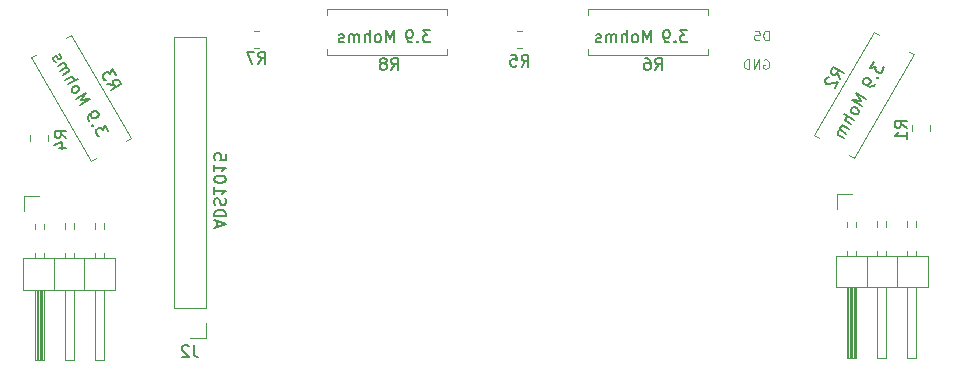
<source format=gbr>
%TF.GenerationSoftware,KiCad,Pcbnew,(7.0.0)*%
%TF.CreationDate,2024-02-24T11:05:22-08:00*%
%TF.ProjectId,Top_Board,546f705f-426f-4617-9264-2e6b69636164,0*%
%TF.SameCoordinates,Original*%
%TF.FileFunction,Legend,Bot*%
%TF.FilePolarity,Positive*%
%FSLAX46Y46*%
G04 Gerber Fmt 4.6, Leading zero omitted, Abs format (unit mm)*
G04 Created by KiCad (PCBNEW (7.0.0)) date 2024-02-24 11:05:22*
%MOMM*%
%LPD*%
G01*
G04 APERTURE LIST*
%ADD10C,0.150000*%
%ADD11C,0.125000*%
%ADD12C,0.120000*%
G04 APERTURE END LIST*
D10*
X121455260Y-89412072D02*
X121145736Y-88875961D01*
X121145736Y-88875961D02*
X120982488Y-89355112D01*
X120982488Y-89355112D02*
X120911060Y-89231395D01*
X120911060Y-89231395D02*
X120822201Y-89172725D01*
X120822201Y-89172725D02*
X120757153Y-89155296D01*
X120757153Y-89155296D02*
X120650864Y-89161675D01*
X120650864Y-89161675D02*
X120444668Y-89280723D01*
X120444668Y-89280723D02*
X120385999Y-89369581D01*
X120385999Y-89369581D02*
X120368569Y-89434630D01*
X120368569Y-89434630D02*
X120374949Y-89540918D01*
X120374949Y-89540918D02*
X120517806Y-89788354D01*
X120517806Y-89788354D02*
X120606664Y-89847023D01*
X120606664Y-89847023D02*
X120671713Y-89864453D01*
X120147904Y-88957188D02*
X120082855Y-88939758D01*
X120082855Y-88939758D02*
X120065425Y-89004807D01*
X120065425Y-89004807D02*
X120130474Y-89022237D01*
X120130474Y-89022237D02*
X120147904Y-88957188D01*
X120147904Y-88957188D02*
X120065425Y-89004807D01*
X119803520Y-88551175D02*
X119708282Y-88386218D01*
X119708282Y-88386218D02*
X119701903Y-88279930D01*
X119701903Y-88279930D02*
X119719332Y-88214881D01*
X119719332Y-88214881D02*
X119795431Y-88060974D01*
X119795431Y-88060974D02*
X119936579Y-87924497D01*
X119936579Y-87924497D02*
X120266493Y-87734020D01*
X120266493Y-87734020D02*
X120372782Y-87727641D01*
X120372782Y-87727641D02*
X120437830Y-87745070D01*
X120437830Y-87745070D02*
X120526689Y-87803740D01*
X120526689Y-87803740D02*
X120621927Y-87968697D01*
X120621927Y-87968697D02*
X120628307Y-88074985D01*
X120628307Y-88074985D02*
X120610877Y-88140034D01*
X120610877Y-88140034D02*
X120552208Y-88228892D01*
X120552208Y-88228892D02*
X120346011Y-88347940D01*
X120346011Y-88347940D02*
X120239723Y-88354319D01*
X120239723Y-88354319D02*
X120174674Y-88336890D01*
X120174674Y-88336890D02*
X120085816Y-88278221D01*
X120085816Y-88278221D02*
X119990578Y-88113263D01*
X119990578Y-88113263D02*
X119984198Y-88006975D01*
X119984198Y-88006975D02*
X120001628Y-87941926D01*
X120001628Y-87941926D02*
X120060297Y-87853068D01*
X119051140Y-87248013D02*
X119917165Y-86748013D01*
X119917165Y-86748013D02*
X119131909Y-86816481D01*
X119131909Y-86816481D02*
X119583832Y-86170663D01*
X119583832Y-86170663D02*
X118717806Y-86670663D01*
X118408282Y-86134552D02*
X118497141Y-86193221D01*
X118497141Y-86193221D02*
X118562190Y-86210651D01*
X118562190Y-86210651D02*
X118668478Y-86204271D01*
X118668478Y-86204271D02*
X118915914Y-86061414D01*
X118915914Y-86061414D02*
X118974583Y-85972556D01*
X118974583Y-85972556D02*
X118992012Y-85907507D01*
X118992012Y-85907507D02*
X118985633Y-85801219D01*
X118985633Y-85801219D02*
X118914204Y-85677501D01*
X118914204Y-85677501D02*
X118825346Y-85618832D01*
X118825346Y-85618832D02*
X118760297Y-85601402D01*
X118760297Y-85601402D02*
X118654009Y-85607782D01*
X118654009Y-85607782D02*
X118406573Y-85750639D01*
X118406573Y-85750639D02*
X118347904Y-85839497D01*
X118347904Y-85839497D02*
X118330474Y-85904546D01*
X118330474Y-85904546D02*
X118336854Y-86010834D01*
X118336854Y-86010834D02*
X118408282Y-86134552D01*
X118027330Y-85474723D02*
X118893355Y-84974723D01*
X117813044Y-85103569D02*
X118266677Y-84841665D01*
X118266677Y-84841665D02*
X118372965Y-84835285D01*
X118372965Y-84835285D02*
X118461823Y-84893954D01*
X118461823Y-84893954D02*
X118533252Y-85017672D01*
X118533252Y-85017672D02*
X118539631Y-85123960D01*
X118539631Y-85123960D02*
X118522202Y-85189009D01*
X117574949Y-84691176D02*
X118152299Y-84357843D01*
X118069821Y-84405462D02*
X118087250Y-84340413D01*
X118087250Y-84340413D02*
X118080871Y-84234125D01*
X118080871Y-84234125D02*
X118009442Y-84110407D01*
X118009442Y-84110407D02*
X117920584Y-84051738D01*
X117920584Y-84051738D02*
X117814296Y-84058118D01*
X117814296Y-84058118D02*
X117360663Y-84320023D01*
X117814296Y-84058118D02*
X117872965Y-83969259D01*
X117872965Y-83969259D02*
X117866585Y-83862971D01*
X117866585Y-83862971D02*
X117795156Y-83739253D01*
X117795156Y-83739253D02*
X117706298Y-83680584D01*
X117706298Y-83680584D02*
X117600010Y-83686964D01*
X117600010Y-83686964D02*
X117146378Y-83948869D01*
X116973331Y-83553906D02*
X116884473Y-83495237D01*
X116884473Y-83495237D02*
X116789235Y-83330280D01*
X116789235Y-83330280D02*
X116782855Y-83223991D01*
X116782855Y-83223991D02*
X116841524Y-83135133D01*
X116841524Y-83135133D02*
X116882764Y-83111324D01*
X116882764Y-83111324D02*
X116989052Y-83104944D01*
X116989052Y-83104944D02*
X117077910Y-83163613D01*
X117077910Y-83163613D02*
X117149339Y-83287331D01*
X117149339Y-83287331D02*
X117238197Y-83346000D01*
X117238197Y-83346000D02*
X117344485Y-83339620D01*
X117344485Y-83339620D02*
X117385724Y-83315811D01*
X117385724Y-83315811D02*
X117444393Y-83226952D01*
X117444393Y-83226952D02*
X117438014Y-83120664D01*
X117438014Y-83120664D02*
X117366585Y-82996946D01*
X117366585Y-82996946D02*
X117277727Y-82938277D01*
X148701142Y-80900580D02*
X148082095Y-80900580D01*
X148082095Y-80900580D02*
X148415428Y-81281533D01*
X148415428Y-81281533D02*
X148272571Y-81281533D01*
X148272571Y-81281533D02*
X148177333Y-81329152D01*
X148177333Y-81329152D02*
X148129714Y-81376771D01*
X148129714Y-81376771D02*
X148082095Y-81472009D01*
X148082095Y-81472009D02*
X148082095Y-81710104D01*
X148082095Y-81710104D02*
X148129714Y-81805342D01*
X148129714Y-81805342D02*
X148177333Y-81852961D01*
X148177333Y-81852961D02*
X148272571Y-81900580D01*
X148272571Y-81900580D02*
X148558285Y-81900580D01*
X148558285Y-81900580D02*
X148653523Y-81852961D01*
X148653523Y-81852961D02*
X148701142Y-81805342D01*
X147653523Y-81805342D02*
X147605904Y-81852961D01*
X147605904Y-81852961D02*
X147653523Y-81900580D01*
X147653523Y-81900580D02*
X147701142Y-81852961D01*
X147701142Y-81852961D02*
X147653523Y-81805342D01*
X147653523Y-81805342D02*
X147653523Y-81900580D01*
X147129714Y-81900580D02*
X146939238Y-81900580D01*
X146939238Y-81900580D02*
X146844000Y-81852961D01*
X146844000Y-81852961D02*
X146796381Y-81805342D01*
X146796381Y-81805342D02*
X146701143Y-81662485D01*
X146701143Y-81662485D02*
X146653524Y-81472009D01*
X146653524Y-81472009D02*
X146653524Y-81091057D01*
X146653524Y-81091057D02*
X146701143Y-80995819D01*
X146701143Y-80995819D02*
X146748762Y-80948200D01*
X146748762Y-80948200D02*
X146844000Y-80900580D01*
X146844000Y-80900580D02*
X147034476Y-80900580D01*
X147034476Y-80900580D02*
X147129714Y-80948200D01*
X147129714Y-80948200D02*
X147177333Y-80995819D01*
X147177333Y-80995819D02*
X147224952Y-81091057D01*
X147224952Y-81091057D02*
X147224952Y-81329152D01*
X147224952Y-81329152D02*
X147177333Y-81424390D01*
X147177333Y-81424390D02*
X147129714Y-81472009D01*
X147129714Y-81472009D02*
X147034476Y-81519628D01*
X147034476Y-81519628D02*
X146844000Y-81519628D01*
X146844000Y-81519628D02*
X146748762Y-81472009D01*
X146748762Y-81472009D02*
X146701143Y-81424390D01*
X146701143Y-81424390D02*
X146653524Y-81329152D01*
X145624952Y-81900580D02*
X145624952Y-80900580D01*
X145624952Y-80900580D02*
X145291619Y-81614866D01*
X145291619Y-81614866D02*
X144958286Y-80900580D01*
X144958286Y-80900580D02*
X144958286Y-81900580D01*
X144339238Y-81900580D02*
X144434476Y-81852961D01*
X144434476Y-81852961D02*
X144482095Y-81805342D01*
X144482095Y-81805342D02*
X144529714Y-81710104D01*
X144529714Y-81710104D02*
X144529714Y-81424390D01*
X144529714Y-81424390D02*
X144482095Y-81329152D01*
X144482095Y-81329152D02*
X144434476Y-81281533D01*
X144434476Y-81281533D02*
X144339238Y-81233914D01*
X144339238Y-81233914D02*
X144196381Y-81233914D01*
X144196381Y-81233914D02*
X144101143Y-81281533D01*
X144101143Y-81281533D02*
X144053524Y-81329152D01*
X144053524Y-81329152D02*
X144005905Y-81424390D01*
X144005905Y-81424390D02*
X144005905Y-81710104D01*
X144005905Y-81710104D02*
X144053524Y-81805342D01*
X144053524Y-81805342D02*
X144101143Y-81852961D01*
X144101143Y-81852961D02*
X144196381Y-81900580D01*
X144196381Y-81900580D02*
X144339238Y-81900580D01*
X143577333Y-81900580D02*
X143577333Y-80900580D01*
X143148762Y-81900580D02*
X143148762Y-81376771D01*
X143148762Y-81376771D02*
X143196381Y-81281533D01*
X143196381Y-81281533D02*
X143291619Y-81233914D01*
X143291619Y-81233914D02*
X143434476Y-81233914D01*
X143434476Y-81233914D02*
X143529714Y-81281533D01*
X143529714Y-81281533D02*
X143577333Y-81329152D01*
X142672571Y-81900580D02*
X142672571Y-81233914D01*
X142672571Y-81329152D02*
X142624952Y-81281533D01*
X142624952Y-81281533D02*
X142529714Y-81233914D01*
X142529714Y-81233914D02*
X142386857Y-81233914D01*
X142386857Y-81233914D02*
X142291619Y-81281533D01*
X142291619Y-81281533D02*
X142244000Y-81376771D01*
X142244000Y-81376771D02*
X142244000Y-81900580D01*
X142244000Y-81376771D02*
X142196381Y-81281533D01*
X142196381Y-81281533D02*
X142101143Y-81233914D01*
X142101143Y-81233914D02*
X141958286Y-81233914D01*
X141958286Y-81233914D02*
X141863047Y-81281533D01*
X141863047Y-81281533D02*
X141815428Y-81376771D01*
X141815428Y-81376771D02*
X141815428Y-81900580D01*
X141386857Y-81852961D02*
X141291619Y-81900580D01*
X141291619Y-81900580D02*
X141101143Y-81900580D01*
X141101143Y-81900580D02*
X141005905Y-81852961D01*
X141005905Y-81852961D02*
X140958286Y-81757723D01*
X140958286Y-81757723D02*
X140958286Y-81710104D01*
X140958286Y-81710104D02*
X141005905Y-81614866D01*
X141005905Y-81614866D02*
X141101143Y-81567247D01*
X141101143Y-81567247D02*
X141244000Y-81567247D01*
X141244000Y-81567247D02*
X141339238Y-81519628D01*
X141339238Y-81519628D02*
X141386857Y-81424390D01*
X141386857Y-81424390D02*
X141386857Y-81376771D01*
X141386857Y-81376771D02*
X141339238Y-81281533D01*
X141339238Y-81281533D02*
X141244000Y-81233914D01*
X141244000Y-81233914D02*
X141101143Y-81233914D01*
X141101143Y-81233914D02*
X141005905Y-81281533D01*
D11*
X177355523Y-81740904D02*
X177355523Y-80940904D01*
X177355523Y-80940904D02*
X177165047Y-80940904D01*
X177165047Y-80940904D02*
X177050761Y-80979000D01*
X177050761Y-80979000D02*
X176974571Y-81055190D01*
X176974571Y-81055190D02*
X176936476Y-81131380D01*
X176936476Y-81131380D02*
X176898380Y-81283761D01*
X176898380Y-81283761D02*
X176898380Y-81398047D01*
X176898380Y-81398047D02*
X176936476Y-81550428D01*
X176936476Y-81550428D02*
X176974571Y-81626619D01*
X176974571Y-81626619D02*
X177050761Y-81702809D01*
X177050761Y-81702809D02*
X177165047Y-81740904D01*
X177165047Y-81740904D02*
X177355523Y-81740904D01*
X176174571Y-80940904D02*
X176555523Y-80940904D01*
X176555523Y-80940904D02*
X176593619Y-81321857D01*
X176593619Y-81321857D02*
X176555523Y-81283761D01*
X176555523Y-81283761D02*
X176479333Y-81245666D01*
X176479333Y-81245666D02*
X176288857Y-81245666D01*
X176288857Y-81245666D02*
X176212666Y-81283761D01*
X176212666Y-81283761D02*
X176174571Y-81321857D01*
X176174571Y-81321857D02*
X176136476Y-81398047D01*
X176136476Y-81398047D02*
X176136476Y-81588523D01*
X176136476Y-81588523D02*
X176174571Y-81664714D01*
X176174571Y-81664714D02*
X176212666Y-81702809D01*
X176212666Y-81702809D02*
X176288857Y-81740904D01*
X176288857Y-81740904D02*
X176479333Y-81740904D01*
X176479333Y-81740904D02*
X176555523Y-81702809D01*
X176555523Y-81702809D02*
X176593619Y-81664714D01*
D10*
X186275282Y-83538108D02*
X185965758Y-84074219D01*
X185965758Y-84074219D02*
X186462339Y-83976020D01*
X186462339Y-83976020D02*
X186390911Y-84099738D01*
X186390911Y-84099738D02*
X186384531Y-84206026D01*
X186384531Y-84206026D02*
X186401961Y-84271075D01*
X186401961Y-84271075D02*
X186460630Y-84359933D01*
X186460630Y-84359933D02*
X186666826Y-84478981D01*
X186666826Y-84478981D02*
X186773114Y-84485361D01*
X186773114Y-84485361D02*
X186838163Y-84467931D01*
X186838163Y-84467931D02*
X186927022Y-84409262D01*
X186927022Y-84409262D02*
X187069879Y-84161826D01*
X187069879Y-84161826D02*
X187076258Y-84055538D01*
X187076258Y-84055538D02*
X187058829Y-83990489D01*
X186535019Y-84897754D02*
X186552449Y-84962802D01*
X186552449Y-84962802D02*
X186617498Y-84945373D01*
X186617498Y-84945373D02*
X186600068Y-84880324D01*
X186600068Y-84880324D02*
X186535019Y-84897754D01*
X186535019Y-84897754D02*
X186617498Y-84945373D01*
X186355593Y-85399005D02*
X186260355Y-85563962D01*
X186260355Y-85563962D02*
X186171497Y-85622631D01*
X186171497Y-85622631D02*
X186106448Y-85640061D01*
X186106448Y-85640061D02*
X185935111Y-85651111D01*
X185935111Y-85651111D02*
X185746344Y-85597112D01*
X185746344Y-85597112D02*
X185416430Y-85406636D01*
X185416430Y-85406636D02*
X185357761Y-85317777D01*
X185357761Y-85317777D02*
X185340331Y-85252729D01*
X185340331Y-85252729D02*
X185346711Y-85146440D01*
X185346711Y-85146440D02*
X185441949Y-84981483D01*
X185441949Y-84981483D02*
X185530807Y-84922814D01*
X185530807Y-84922814D02*
X185595856Y-84905384D01*
X185595856Y-84905384D02*
X185702144Y-84911764D01*
X185702144Y-84911764D02*
X185908341Y-85030812D01*
X185908341Y-85030812D02*
X185967010Y-85119670D01*
X185967010Y-85119670D02*
X185984439Y-85184719D01*
X185984439Y-85184719D02*
X185978060Y-85291007D01*
X185978060Y-85291007D02*
X185882822Y-85455964D01*
X185882822Y-85455964D02*
X185793963Y-85514633D01*
X185793963Y-85514633D02*
X185728914Y-85532063D01*
X185728914Y-85532063D02*
X185622626Y-85525683D01*
X185603212Y-86702167D02*
X184737187Y-86202167D01*
X184737187Y-86202167D02*
X185189110Y-86847985D01*
X185189110Y-86847985D02*
X184403854Y-86779517D01*
X184403854Y-86779517D02*
X185269879Y-87279517D01*
X184960355Y-87815628D02*
X184966735Y-87709340D01*
X184966735Y-87709340D02*
X184949305Y-87644291D01*
X184949305Y-87644291D02*
X184890636Y-87555432D01*
X184890636Y-87555432D02*
X184643200Y-87412575D01*
X184643200Y-87412575D02*
X184536912Y-87406196D01*
X184536912Y-87406196D02*
X184471863Y-87423625D01*
X184471863Y-87423625D02*
X184383005Y-87482294D01*
X184383005Y-87482294D02*
X184311576Y-87606012D01*
X184311576Y-87606012D02*
X184305197Y-87712300D01*
X184305197Y-87712300D02*
X184322626Y-87777349D01*
X184322626Y-87777349D02*
X184381295Y-87866208D01*
X184381295Y-87866208D02*
X184628731Y-88009065D01*
X184628731Y-88009065D02*
X184735019Y-88015445D01*
X184735019Y-88015445D02*
X184800068Y-87998015D01*
X184800068Y-87998015D02*
X184888927Y-87939346D01*
X184888927Y-87939346D02*
X184960355Y-87815628D01*
X184579403Y-88475457D02*
X183713377Y-87975457D01*
X184365117Y-88846610D02*
X183911485Y-88584706D01*
X183911485Y-88584706D02*
X183852816Y-88495847D01*
X183852816Y-88495847D02*
X183859195Y-88389559D01*
X183859195Y-88389559D02*
X183930624Y-88265841D01*
X183930624Y-88265841D02*
X184019482Y-88207172D01*
X184019482Y-88207172D02*
X184084531Y-88189742D01*
X184127022Y-89259004D02*
X183549671Y-88925670D01*
X183632150Y-88973289D02*
X183567101Y-88990719D01*
X183567101Y-88990719D02*
X183478243Y-89049388D01*
X183478243Y-89049388D02*
X183406814Y-89173106D01*
X183406814Y-89173106D02*
X183400435Y-89279394D01*
X183400435Y-89279394D02*
X183459104Y-89368253D01*
X183459104Y-89368253D02*
X183912736Y-89630157D01*
X183459104Y-89368253D02*
X183352816Y-89361873D01*
X183352816Y-89361873D02*
X183263957Y-89420542D01*
X183263957Y-89420542D02*
X183192529Y-89544260D01*
X183192529Y-89544260D02*
X183186149Y-89650548D01*
X183186149Y-89650548D02*
X183244818Y-89739406D01*
X183244818Y-89739406D02*
X183698450Y-90001311D01*
D11*
X176936476Y-83392000D02*
X177012666Y-83353904D01*
X177012666Y-83353904D02*
X177126952Y-83353904D01*
X177126952Y-83353904D02*
X177241238Y-83392000D01*
X177241238Y-83392000D02*
X177317428Y-83468190D01*
X177317428Y-83468190D02*
X177355523Y-83544380D01*
X177355523Y-83544380D02*
X177393619Y-83696761D01*
X177393619Y-83696761D02*
X177393619Y-83811047D01*
X177393619Y-83811047D02*
X177355523Y-83963428D01*
X177355523Y-83963428D02*
X177317428Y-84039619D01*
X177317428Y-84039619D02*
X177241238Y-84115809D01*
X177241238Y-84115809D02*
X177126952Y-84153904D01*
X177126952Y-84153904D02*
X177050761Y-84153904D01*
X177050761Y-84153904D02*
X176936476Y-84115809D01*
X176936476Y-84115809D02*
X176898380Y-84077714D01*
X176898380Y-84077714D02*
X176898380Y-83811047D01*
X176898380Y-83811047D02*
X177050761Y-83811047D01*
X176555523Y-84153904D02*
X176555523Y-83353904D01*
X176555523Y-83353904D02*
X176098380Y-84153904D01*
X176098380Y-84153904D02*
X176098380Y-83353904D01*
X175717428Y-84153904D02*
X175717428Y-83353904D01*
X175717428Y-83353904D02*
X175526952Y-83353904D01*
X175526952Y-83353904D02*
X175412666Y-83392000D01*
X175412666Y-83392000D02*
X175336476Y-83468190D01*
X175336476Y-83468190D02*
X175298381Y-83544380D01*
X175298381Y-83544380D02*
X175260285Y-83696761D01*
X175260285Y-83696761D02*
X175260285Y-83811047D01*
X175260285Y-83811047D02*
X175298381Y-83963428D01*
X175298381Y-83963428D02*
X175336476Y-84039619D01*
X175336476Y-84039619D02*
X175412666Y-84115809D01*
X175412666Y-84115809D02*
X175526952Y-84153904D01*
X175526952Y-84153904D02*
X175717428Y-84153904D01*
D10*
X170468942Y-80900580D02*
X169849895Y-80900580D01*
X169849895Y-80900580D02*
X170183228Y-81281533D01*
X170183228Y-81281533D02*
X170040371Y-81281533D01*
X170040371Y-81281533D02*
X169945133Y-81329152D01*
X169945133Y-81329152D02*
X169897514Y-81376771D01*
X169897514Y-81376771D02*
X169849895Y-81472009D01*
X169849895Y-81472009D02*
X169849895Y-81710104D01*
X169849895Y-81710104D02*
X169897514Y-81805342D01*
X169897514Y-81805342D02*
X169945133Y-81852961D01*
X169945133Y-81852961D02*
X170040371Y-81900580D01*
X170040371Y-81900580D02*
X170326085Y-81900580D01*
X170326085Y-81900580D02*
X170421323Y-81852961D01*
X170421323Y-81852961D02*
X170468942Y-81805342D01*
X169421323Y-81805342D02*
X169373704Y-81852961D01*
X169373704Y-81852961D02*
X169421323Y-81900580D01*
X169421323Y-81900580D02*
X169468942Y-81852961D01*
X169468942Y-81852961D02*
X169421323Y-81805342D01*
X169421323Y-81805342D02*
X169421323Y-81900580D01*
X168897514Y-81900580D02*
X168707038Y-81900580D01*
X168707038Y-81900580D02*
X168611800Y-81852961D01*
X168611800Y-81852961D02*
X168564181Y-81805342D01*
X168564181Y-81805342D02*
X168468943Y-81662485D01*
X168468943Y-81662485D02*
X168421324Y-81472009D01*
X168421324Y-81472009D02*
X168421324Y-81091057D01*
X168421324Y-81091057D02*
X168468943Y-80995819D01*
X168468943Y-80995819D02*
X168516562Y-80948200D01*
X168516562Y-80948200D02*
X168611800Y-80900580D01*
X168611800Y-80900580D02*
X168802276Y-80900580D01*
X168802276Y-80900580D02*
X168897514Y-80948200D01*
X168897514Y-80948200D02*
X168945133Y-80995819D01*
X168945133Y-80995819D02*
X168992752Y-81091057D01*
X168992752Y-81091057D02*
X168992752Y-81329152D01*
X168992752Y-81329152D02*
X168945133Y-81424390D01*
X168945133Y-81424390D02*
X168897514Y-81472009D01*
X168897514Y-81472009D02*
X168802276Y-81519628D01*
X168802276Y-81519628D02*
X168611800Y-81519628D01*
X168611800Y-81519628D02*
X168516562Y-81472009D01*
X168516562Y-81472009D02*
X168468943Y-81424390D01*
X168468943Y-81424390D02*
X168421324Y-81329152D01*
X167392752Y-81900580D02*
X167392752Y-80900580D01*
X167392752Y-80900580D02*
X167059419Y-81614866D01*
X167059419Y-81614866D02*
X166726086Y-80900580D01*
X166726086Y-80900580D02*
X166726086Y-81900580D01*
X166107038Y-81900580D02*
X166202276Y-81852961D01*
X166202276Y-81852961D02*
X166249895Y-81805342D01*
X166249895Y-81805342D02*
X166297514Y-81710104D01*
X166297514Y-81710104D02*
X166297514Y-81424390D01*
X166297514Y-81424390D02*
X166249895Y-81329152D01*
X166249895Y-81329152D02*
X166202276Y-81281533D01*
X166202276Y-81281533D02*
X166107038Y-81233914D01*
X166107038Y-81233914D02*
X165964181Y-81233914D01*
X165964181Y-81233914D02*
X165868943Y-81281533D01*
X165868943Y-81281533D02*
X165821324Y-81329152D01*
X165821324Y-81329152D02*
X165773705Y-81424390D01*
X165773705Y-81424390D02*
X165773705Y-81710104D01*
X165773705Y-81710104D02*
X165821324Y-81805342D01*
X165821324Y-81805342D02*
X165868943Y-81852961D01*
X165868943Y-81852961D02*
X165964181Y-81900580D01*
X165964181Y-81900580D02*
X166107038Y-81900580D01*
X165345133Y-81900580D02*
X165345133Y-80900580D01*
X164916562Y-81900580D02*
X164916562Y-81376771D01*
X164916562Y-81376771D02*
X164964181Y-81281533D01*
X164964181Y-81281533D02*
X165059419Y-81233914D01*
X165059419Y-81233914D02*
X165202276Y-81233914D01*
X165202276Y-81233914D02*
X165297514Y-81281533D01*
X165297514Y-81281533D02*
X165345133Y-81329152D01*
X164440371Y-81900580D02*
X164440371Y-81233914D01*
X164440371Y-81329152D02*
X164392752Y-81281533D01*
X164392752Y-81281533D02*
X164297514Y-81233914D01*
X164297514Y-81233914D02*
X164154657Y-81233914D01*
X164154657Y-81233914D02*
X164059419Y-81281533D01*
X164059419Y-81281533D02*
X164011800Y-81376771D01*
X164011800Y-81376771D02*
X164011800Y-81900580D01*
X164011800Y-81376771D02*
X163964181Y-81281533D01*
X163964181Y-81281533D02*
X163868943Y-81233914D01*
X163868943Y-81233914D02*
X163726086Y-81233914D01*
X163726086Y-81233914D02*
X163630847Y-81281533D01*
X163630847Y-81281533D02*
X163583228Y-81376771D01*
X163583228Y-81376771D02*
X163583228Y-81900580D01*
X163154657Y-81852961D02*
X163059419Y-81900580D01*
X163059419Y-81900580D02*
X162868943Y-81900580D01*
X162868943Y-81900580D02*
X162773705Y-81852961D01*
X162773705Y-81852961D02*
X162726086Y-81757723D01*
X162726086Y-81757723D02*
X162726086Y-81710104D01*
X162726086Y-81710104D02*
X162773705Y-81614866D01*
X162773705Y-81614866D02*
X162868943Y-81567247D01*
X162868943Y-81567247D02*
X163011800Y-81567247D01*
X163011800Y-81567247D02*
X163107038Y-81519628D01*
X163107038Y-81519628D02*
X163154657Y-81424390D01*
X163154657Y-81424390D02*
X163154657Y-81376771D01*
X163154657Y-81376771D02*
X163107038Y-81281533D01*
X163107038Y-81281533D02*
X163011800Y-81233914D01*
X163011800Y-81233914D02*
X162868943Y-81233914D01*
X162868943Y-81233914D02*
X162773705Y-81281533D01*
X130678333Y-97548723D02*
X130678333Y-97072533D01*
X130392619Y-97643961D02*
X131392619Y-97310628D01*
X131392619Y-97310628D02*
X130392619Y-96977295D01*
X130392619Y-96643961D02*
X131392619Y-96643961D01*
X131392619Y-96643961D02*
X131392619Y-96405866D01*
X131392619Y-96405866D02*
X131345000Y-96263009D01*
X131345000Y-96263009D02*
X131249761Y-96167771D01*
X131249761Y-96167771D02*
X131154523Y-96120152D01*
X131154523Y-96120152D02*
X130964047Y-96072533D01*
X130964047Y-96072533D02*
X130821190Y-96072533D01*
X130821190Y-96072533D02*
X130630714Y-96120152D01*
X130630714Y-96120152D02*
X130535476Y-96167771D01*
X130535476Y-96167771D02*
X130440238Y-96263009D01*
X130440238Y-96263009D02*
X130392619Y-96405866D01*
X130392619Y-96405866D02*
X130392619Y-96643961D01*
X130440238Y-95691580D02*
X130392619Y-95548723D01*
X130392619Y-95548723D02*
X130392619Y-95310628D01*
X130392619Y-95310628D02*
X130440238Y-95215390D01*
X130440238Y-95215390D02*
X130487857Y-95167771D01*
X130487857Y-95167771D02*
X130583095Y-95120152D01*
X130583095Y-95120152D02*
X130678333Y-95120152D01*
X130678333Y-95120152D02*
X130773571Y-95167771D01*
X130773571Y-95167771D02*
X130821190Y-95215390D01*
X130821190Y-95215390D02*
X130868809Y-95310628D01*
X130868809Y-95310628D02*
X130916428Y-95501104D01*
X130916428Y-95501104D02*
X130964047Y-95596342D01*
X130964047Y-95596342D02*
X131011666Y-95643961D01*
X131011666Y-95643961D02*
X131106904Y-95691580D01*
X131106904Y-95691580D02*
X131202142Y-95691580D01*
X131202142Y-95691580D02*
X131297380Y-95643961D01*
X131297380Y-95643961D02*
X131345000Y-95596342D01*
X131345000Y-95596342D02*
X131392619Y-95501104D01*
X131392619Y-95501104D02*
X131392619Y-95263009D01*
X131392619Y-95263009D02*
X131345000Y-95120152D01*
X130392619Y-94167771D02*
X130392619Y-94739199D01*
X130392619Y-94453485D02*
X131392619Y-94453485D01*
X131392619Y-94453485D02*
X131249761Y-94548723D01*
X131249761Y-94548723D02*
X131154523Y-94643961D01*
X131154523Y-94643961D02*
X131106904Y-94739199D01*
X131392619Y-93548723D02*
X131392619Y-93453485D01*
X131392619Y-93453485D02*
X131345000Y-93358247D01*
X131345000Y-93358247D02*
X131297380Y-93310628D01*
X131297380Y-93310628D02*
X131202142Y-93263009D01*
X131202142Y-93263009D02*
X131011666Y-93215390D01*
X131011666Y-93215390D02*
X130773571Y-93215390D01*
X130773571Y-93215390D02*
X130583095Y-93263009D01*
X130583095Y-93263009D02*
X130487857Y-93310628D01*
X130487857Y-93310628D02*
X130440238Y-93358247D01*
X130440238Y-93358247D02*
X130392619Y-93453485D01*
X130392619Y-93453485D02*
X130392619Y-93548723D01*
X130392619Y-93548723D02*
X130440238Y-93643961D01*
X130440238Y-93643961D02*
X130487857Y-93691580D01*
X130487857Y-93691580D02*
X130583095Y-93739199D01*
X130583095Y-93739199D02*
X130773571Y-93786818D01*
X130773571Y-93786818D02*
X131011666Y-93786818D01*
X131011666Y-93786818D02*
X131202142Y-93739199D01*
X131202142Y-93739199D02*
X131297380Y-93691580D01*
X131297380Y-93691580D02*
X131345000Y-93643961D01*
X131345000Y-93643961D02*
X131392619Y-93548723D01*
X130392619Y-92263009D02*
X130392619Y-92834437D01*
X130392619Y-92548723D02*
X131392619Y-92548723D01*
X131392619Y-92548723D02*
X131249761Y-92643961D01*
X131249761Y-92643961D02*
X131154523Y-92739199D01*
X131154523Y-92739199D02*
X131106904Y-92834437D01*
X131392619Y-91358247D02*
X131392619Y-91834437D01*
X131392619Y-91834437D02*
X130916428Y-91882056D01*
X130916428Y-91882056D02*
X130964047Y-91834437D01*
X130964047Y-91834437D02*
X131011666Y-91739199D01*
X131011666Y-91739199D02*
X131011666Y-91501104D01*
X131011666Y-91501104D02*
X130964047Y-91405866D01*
X130964047Y-91405866D02*
X130916428Y-91358247D01*
X130916428Y-91358247D02*
X130821190Y-91310628D01*
X130821190Y-91310628D02*
X130583095Y-91310628D01*
X130583095Y-91310628D02*
X130487857Y-91358247D01*
X130487857Y-91358247D02*
X130440238Y-91405866D01*
X130440238Y-91405866D02*
X130392619Y-91501104D01*
X130392619Y-91501104D02*
X130392619Y-91739199D01*
X130392619Y-91739199D02*
X130440238Y-91834437D01*
X130440238Y-91834437D02*
X130487857Y-91882056D01*
%TO.C,R2*%
X183408494Y-84976953D02*
X183162767Y-84450182D01*
X183694208Y-84482081D02*
X182828183Y-83982081D01*
X182828183Y-83982081D02*
X182637707Y-84311996D01*
X182637707Y-84311996D02*
X182631327Y-84418284D01*
X182631327Y-84418284D02*
X182648757Y-84483333D01*
X182648757Y-84483333D02*
X182707426Y-84572191D01*
X182707426Y-84572191D02*
X182831144Y-84643619D01*
X182831144Y-84643619D02*
X182937432Y-84649999D01*
X182937432Y-84649999D02*
X183002481Y-84632569D01*
X183002481Y-84632569D02*
X183091339Y-84573900D01*
X183091339Y-84573900D02*
X183281815Y-84243986D01*
X182434471Y-84854486D02*
X182369422Y-84871916D01*
X182369422Y-84871916D02*
X182280564Y-84930585D01*
X182280564Y-84930585D02*
X182161516Y-85136782D01*
X182161516Y-85136782D02*
X182155136Y-85243070D01*
X182155136Y-85243070D02*
X182172566Y-85308119D01*
X182172566Y-85308119D02*
X182231235Y-85396977D01*
X182231235Y-85396977D02*
X182313714Y-85444596D01*
X182313714Y-85444596D02*
X182461241Y-85474785D01*
X182461241Y-85474785D02*
X183241827Y-85265628D01*
X183241827Y-85265628D02*
X182932303Y-85801739D01*
%TO.C,J2*%
X128675854Y-107549359D02*
X128675854Y-108263645D01*
X128675854Y-108263645D02*
X128723473Y-108406502D01*
X128723473Y-108406502D02*
X128818711Y-108501740D01*
X128818711Y-108501740D02*
X128961568Y-108549359D01*
X128961568Y-108549359D02*
X129056806Y-108549359D01*
X128247282Y-107644598D02*
X128199663Y-107596979D01*
X128199663Y-107596979D02*
X128104425Y-107549359D01*
X128104425Y-107549359D02*
X127866330Y-107549359D01*
X127866330Y-107549359D02*
X127771092Y-107596979D01*
X127771092Y-107596979D02*
X127723473Y-107644598D01*
X127723473Y-107644598D02*
X127675854Y-107739836D01*
X127675854Y-107739836D02*
X127675854Y-107835074D01*
X127675854Y-107835074D02*
X127723473Y-107977931D01*
X127723473Y-107977931D02*
X128294901Y-108549359D01*
X128294901Y-108549359D02*
X127675854Y-108549359D01*
%TO.C,R4*%
X117893180Y-89977933D02*
X117416990Y-89644600D01*
X117893180Y-89406505D02*
X116893180Y-89406505D01*
X116893180Y-89406505D02*
X116893180Y-89787457D01*
X116893180Y-89787457D02*
X116940800Y-89882695D01*
X116940800Y-89882695D02*
X116988419Y-89930314D01*
X116988419Y-89930314D02*
X117083657Y-89977933D01*
X117083657Y-89977933D02*
X117226514Y-89977933D01*
X117226514Y-89977933D02*
X117321752Y-89930314D01*
X117321752Y-89930314D02*
X117369371Y-89882695D01*
X117369371Y-89882695D02*
X117416990Y-89787457D01*
X117416990Y-89787457D02*
X117416990Y-89406505D01*
X117226514Y-90835076D02*
X117893180Y-90835076D01*
X116845561Y-90596981D02*
X117559847Y-90358886D01*
X117559847Y-90358886D02*
X117559847Y-90977933D01*
%TO.C,R7*%
X134151666Y-83703780D02*
X134484999Y-83227590D01*
X134723094Y-83703780D02*
X134723094Y-82703780D01*
X134723094Y-82703780D02*
X134342142Y-82703780D01*
X134342142Y-82703780D02*
X134246904Y-82751400D01*
X134246904Y-82751400D02*
X134199285Y-82799019D01*
X134199285Y-82799019D02*
X134151666Y-82894257D01*
X134151666Y-82894257D02*
X134151666Y-83037114D01*
X134151666Y-83037114D02*
X134199285Y-83132352D01*
X134199285Y-83132352D02*
X134246904Y-83179971D01*
X134246904Y-83179971D02*
X134342142Y-83227590D01*
X134342142Y-83227590D02*
X134723094Y-83227590D01*
X133818332Y-82703780D02*
X133151666Y-82703780D01*
X133151666Y-82703780D02*
X133580237Y-83703780D01*
%TO.C,R1*%
X189038580Y-89139733D02*
X188562390Y-88806400D01*
X189038580Y-88568305D02*
X188038580Y-88568305D01*
X188038580Y-88568305D02*
X188038580Y-88949257D01*
X188038580Y-88949257D02*
X188086200Y-89044495D01*
X188086200Y-89044495D02*
X188133819Y-89092114D01*
X188133819Y-89092114D02*
X188229057Y-89139733D01*
X188229057Y-89139733D02*
X188371914Y-89139733D01*
X188371914Y-89139733D02*
X188467152Y-89092114D01*
X188467152Y-89092114D02*
X188514771Y-89044495D01*
X188514771Y-89044495D02*
X188562390Y-88949257D01*
X188562390Y-88949257D02*
X188562390Y-88568305D01*
X189038580Y-90092114D02*
X189038580Y-89520686D01*
X189038580Y-89806400D02*
X188038580Y-89806400D01*
X188038580Y-89806400D02*
X188181438Y-89711162D01*
X188181438Y-89711162D02*
X188276676Y-89615924D01*
X188276676Y-89615924D02*
X188324295Y-89520686D01*
%TO.C,R3*%
X121354971Y-85468827D02*
X121934031Y-85519407D01*
X121640686Y-85963699D02*
X122506711Y-85463699D01*
X122506711Y-85463699D02*
X122316235Y-85133784D01*
X122316235Y-85133784D02*
X122227377Y-85075115D01*
X122227377Y-85075115D02*
X122162328Y-85057685D01*
X122162328Y-85057685D02*
X122056040Y-85064065D01*
X122056040Y-85064065D02*
X121932322Y-85135494D01*
X121932322Y-85135494D02*
X121873653Y-85224352D01*
X121873653Y-85224352D02*
X121856223Y-85289401D01*
X121856223Y-85289401D02*
X121862603Y-85395689D01*
X121862603Y-85395689D02*
X122053079Y-85725604D01*
X122054330Y-84680152D02*
X121744806Y-84144041D01*
X121744806Y-84144041D02*
X121581559Y-84623192D01*
X121581559Y-84623192D02*
X121510130Y-84499474D01*
X121510130Y-84499474D02*
X121421272Y-84440805D01*
X121421272Y-84440805D02*
X121356223Y-84423376D01*
X121356223Y-84423376D02*
X121249935Y-84429755D01*
X121249935Y-84429755D02*
X121043738Y-84548803D01*
X121043738Y-84548803D02*
X120985069Y-84637661D01*
X120985069Y-84637661D02*
X120967639Y-84702710D01*
X120967639Y-84702710D02*
X120974019Y-84808998D01*
X120974019Y-84808998D02*
X121116876Y-85056434D01*
X121116876Y-85056434D02*
X121205734Y-85115103D01*
X121205734Y-85115103D02*
X121270783Y-85132533D01*
%TO.C,R6*%
X167730466Y-84238180D02*
X168063799Y-83761990D01*
X168301894Y-84238180D02*
X168301894Y-83238180D01*
X168301894Y-83238180D02*
X167920942Y-83238180D01*
X167920942Y-83238180D02*
X167825704Y-83285800D01*
X167825704Y-83285800D02*
X167778085Y-83333419D01*
X167778085Y-83333419D02*
X167730466Y-83428657D01*
X167730466Y-83428657D02*
X167730466Y-83571514D01*
X167730466Y-83571514D02*
X167778085Y-83666752D01*
X167778085Y-83666752D02*
X167825704Y-83714371D01*
X167825704Y-83714371D02*
X167920942Y-83761990D01*
X167920942Y-83761990D02*
X168301894Y-83761990D01*
X166873323Y-83238180D02*
X167063799Y-83238180D01*
X167063799Y-83238180D02*
X167159037Y-83285800D01*
X167159037Y-83285800D02*
X167206656Y-83333419D01*
X167206656Y-83333419D02*
X167301894Y-83476276D01*
X167301894Y-83476276D02*
X167349513Y-83666752D01*
X167349513Y-83666752D02*
X167349513Y-84047704D01*
X167349513Y-84047704D02*
X167301894Y-84142942D01*
X167301894Y-84142942D02*
X167254275Y-84190561D01*
X167254275Y-84190561D02*
X167159037Y-84238180D01*
X167159037Y-84238180D02*
X166968561Y-84238180D01*
X166968561Y-84238180D02*
X166873323Y-84190561D01*
X166873323Y-84190561D02*
X166825704Y-84142942D01*
X166825704Y-84142942D02*
X166778085Y-84047704D01*
X166778085Y-84047704D02*
X166778085Y-83809609D01*
X166778085Y-83809609D02*
X166825704Y-83714371D01*
X166825704Y-83714371D02*
X166873323Y-83666752D01*
X166873323Y-83666752D02*
X166968561Y-83619133D01*
X166968561Y-83619133D02*
X167159037Y-83619133D01*
X167159037Y-83619133D02*
X167254275Y-83666752D01*
X167254275Y-83666752D02*
X167301894Y-83714371D01*
X167301894Y-83714371D02*
X167349513Y-83809609D01*
%TO.C,R5*%
X156427466Y-83958780D02*
X156760799Y-83482590D01*
X156998894Y-83958780D02*
X156998894Y-82958780D01*
X156998894Y-82958780D02*
X156617942Y-82958780D01*
X156617942Y-82958780D02*
X156522704Y-83006400D01*
X156522704Y-83006400D02*
X156475085Y-83054019D01*
X156475085Y-83054019D02*
X156427466Y-83149257D01*
X156427466Y-83149257D02*
X156427466Y-83292114D01*
X156427466Y-83292114D02*
X156475085Y-83387352D01*
X156475085Y-83387352D02*
X156522704Y-83434971D01*
X156522704Y-83434971D02*
X156617942Y-83482590D01*
X156617942Y-83482590D02*
X156998894Y-83482590D01*
X155522704Y-82958780D02*
X155998894Y-82958780D01*
X155998894Y-82958780D02*
X156046513Y-83434971D01*
X156046513Y-83434971D02*
X155998894Y-83387352D01*
X155998894Y-83387352D02*
X155903656Y-83339733D01*
X155903656Y-83339733D02*
X155665561Y-83339733D01*
X155665561Y-83339733D02*
X155570323Y-83387352D01*
X155570323Y-83387352D02*
X155522704Y-83434971D01*
X155522704Y-83434971D02*
X155475085Y-83530209D01*
X155475085Y-83530209D02*
X155475085Y-83768304D01*
X155475085Y-83768304D02*
X155522704Y-83863542D01*
X155522704Y-83863542D02*
X155570323Y-83911161D01*
X155570323Y-83911161D02*
X155665561Y-83958780D01*
X155665561Y-83958780D02*
X155903656Y-83958780D01*
X155903656Y-83958780D02*
X155998894Y-83911161D01*
X155998894Y-83911161D02*
X156046513Y-83863542D01*
%TO.C,R8*%
X145378466Y-84238180D02*
X145711799Y-83761990D01*
X145949894Y-84238180D02*
X145949894Y-83238180D01*
X145949894Y-83238180D02*
X145568942Y-83238180D01*
X145568942Y-83238180D02*
X145473704Y-83285800D01*
X145473704Y-83285800D02*
X145426085Y-83333419D01*
X145426085Y-83333419D02*
X145378466Y-83428657D01*
X145378466Y-83428657D02*
X145378466Y-83571514D01*
X145378466Y-83571514D02*
X145426085Y-83666752D01*
X145426085Y-83666752D02*
X145473704Y-83714371D01*
X145473704Y-83714371D02*
X145568942Y-83761990D01*
X145568942Y-83761990D02*
X145949894Y-83761990D01*
X144807037Y-83666752D02*
X144902275Y-83619133D01*
X144902275Y-83619133D02*
X144949894Y-83571514D01*
X144949894Y-83571514D02*
X144997513Y-83476276D01*
X144997513Y-83476276D02*
X144997513Y-83428657D01*
X144997513Y-83428657D02*
X144949894Y-83333419D01*
X144949894Y-83333419D02*
X144902275Y-83285800D01*
X144902275Y-83285800D02*
X144807037Y-83238180D01*
X144807037Y-83238180D02*
X144616561Y-83238180D01*
X144616561Y-83238180D02*
X144521323Y-83285800D01*
X144521323Y-83285800D02*
X144473704Y-83333419D01*
X144473704Y-83333419D02*
X144426085Y-83428657D01*
X144426085Y-83428657D02*
X144426085Y-83476276D01*
X144426085Y-83476276D02*
X144473704Y-83571514D01*
X144473704Y-83571514D02*
X144521323Y-83619133D01*
X144521323Y-83619133D02*
X144616561Y-83666752D01*
X144616561Y-83666752D02*
X144807037Y-83666752D01*
X144807037Y-83666752D02*
X144902275Y-83714371D01*
X144902275Y-83714371D02*
X144949894Y-83761990D01*
X144949894Y-83761990D02*
X144997513Y-83857228D01*
X144997513Y-83857228D02*
X144997513Y-84047704D01*
X144997513Y-84047704D02*
X144949894Y-84142942D01*
X144949894Y-84142942D02*
X144902275Y-84190561D01*
X144902275Y-84190561D02*
X144807037Y-84238180D01*
X144807037Y-84238180D02*
X144616561Y-84238180D01*
X144616561Y-84238180D02*
X144521323Y-84190561D01*
X144521323Y-84190561D02*
X144473704Y-84142942D01*
X144473704Y-84142942D02*
X144426085Y-84047704D01*
X144426085Y-84047704D02*
X144426085Y-83857228D01*
X144426085Y-83857228D02*
X144473704Y-83761990D01*
X144473704Y-83761990D02*
X144521323Y-83714371D01*
X144521323Y-83714371D02*
X144616561Y-83666752D01*
D12*
%TO.C,R2*%
X189617769Y-82929252D02*
X184547769Y-91710749D01*
X189202077Y-82689252D02*
X189617769Y-82929252D01*
X186707923Y-81249252D02*
X186292231Y-81009252D01*
X186292231Y-81009252D02*
X181222231Y-89790749D01*
X184547769Y-91710749D02*
X184132077Y-91470749D01*
X181222231Y-89790749D02*
X181637923Y-90030749D01*
%TO.C,J2*%
X127012521Y-81451979D02*
X129672521Y-81451979D01*
X127012521Y-104371979D02*
X127012521Y-81451979D01*
X127012521Y-104371979D02*
X129672521Y-104371979D01*
X128342521Y-106971979D02*
X129672521Y-106971979D01*
X129672521Y-104371979D02*
X129672521Y-81451979D01*
X129672521Y-106971979D02*
X129672521Y-105641979D01*
%TO.C,R4*%
X116305000Y-89792436D02*
X116305000Y-90246564D01*
X114835000Y-89792436D02*
X114835000Y-90246564D01*
%TO.C,J1*%
X115585000Y-94934000D02*
X114315000Y-94934000D01*
X114315000Y-94934000D02*
X114315000Y-96204000D01*
X121045000Y-97246929D02*
X121045000Y-97701071D01*
X120285000Y-97246929D02*
X120285000Y-97701071D01*
X118505000Y-97246929D02*
X118505000Y-97701071D01*
X117745000Y-97246929D02*
X117745000Y-97701071D01*
X115965000Y-97314000D02*
X115965000Y-97701071D01*
X115205000Y-97314000D02*
X115205000Y-97701071D01*
X121045000Y-99786929D02*
X121045000Y-100184000D01*
X120285000Y-99786929D02*
X120285000Y-100184000D01*
X118505000Y-99786929D02*
X118505000Y-100184000D01*
X117745000Y-99786929D02*
X117745000Y-100184000D01*
X115965000Y-99786929D02*
X115965000Y-100184000D01*
X115205000Y-99786929D02*
X115205000Y-100184000D01*
X121995000Y-100184000D02*
X121995000Y-102844000D01*
X119395000Y-100184000D02*
X119395000Y-102844000D01*
X116855000Y-100184000D02*
X116855000Y-102844000D01*
X114255000Y-100184000D02*
X121995000Y-100184000D01*
X121995000Y-102844000D02*
X114255000Y-102844000D01*
X120285000Y-102844000D02*
X120285000Y-108844000D01*
X117745000Y-102844000D02*
X117745000Y-108844000D01*
X115865000Y-102844000D02*
X115865000Y-108844000D01*
X115745000Y-102844000D02*
X115745000Y-108844000D01*
X115625000Y-102844000D02*
X115625000Y-108844000D01*
X115505000Y-102844000D02*
X115505000Y-108844000D01*
X115385000Y-102844000D02*
X115385000Y-108844000D01*
X115265000Y-102844000D02*
X115265000Y-108844000D01*
X115205000Y-102844000D02*
X115205000Y-108844000D01*
X114255000Y-102844000D02*
X114255000Y-100184000D01*
X121045000Y-108844000D02*
X121045000Y-102844000D01*
X120285000Y-108844000D02*
X121045000Y-108844000D01*
X118505000Y-108844000D02*
X118505000Y-102844000D01*
X117745000Y-108844000D02*
X118505000Y-108844000D01*
X115965000Y-108844000D02*
X115965000Y-102844000D01*
X115205000Y-108844000D02*
X115965000Y-108844000D01*
%TO.C,R7*%
X133757936Y-80951400D02*
X134212064Y-80951400D01*
X133757936Y-82421400D02*
X134212064Y-82421400D01*
%TO.C,J4*%
X184404000Y-94742000D02*
X183134000Y-94742000D01*
X183134000Y-94742000D02*
X183134000Y-96012000D01*
X189864000Y-97054929D02*
X189864000Y-97509071D01*
X189104000Y-97054929D02*
X189104000Y-97509071D01*
X187324000Y-97054929D02*
X187324000Y-97509071D01*
X186564000Y-97054929D02*
X186564000Y-97509071D01*
X184784000Y-97122000D02*
X184784000Y-97509071D01*
X184024000Y-97122000D02*
X184024000Y-97509071D01*
X189864000Y-99594929D02*
X189864000Y-99992000D01*
X189104000Y-99594929D02*
X189104000Y-99992000D01*
X187324000Y-99594929D02*
X187324000Y-99992000D01*
X186564000Y-99594929D02*
X186564000Y-99992000D01*
X184784000Y-99594929D02*
X184784000Y-99992000D01*
X184024000Y-99594929D02*
X184024000Y-99992000D01*
X190814000Y-99992000D02*
X190814000Y-102652000D01*
X188214000Y-99992000D02*
X188214000Y-102652000D01*
X185674000Y-99992000D02*
X185674000Y-102652000D01*
X183074000Y-99992000D02*
X190814000Y-99992000D01*
X190814000Y-102652000D02*
X183074000Y-102652000D01*
X189104000Y-102652000D02*
X189104000Y-108652000D01*
X186564000Y-102652000D02*
X186564000Y-108652000D01*
X184684000Y-102652000D02*
X184684000Y-108652000D01*
X184564000Y-102652000D02*
X184564000Y-108652000D01*
X184444000Y-102652000D02*
X184444000Y-108652000D01*
X184324000Y-102652000D02*
X184324000Y-108652000D01*
X184204000Y-102652000D02*
X184204000Y-108652000D01*
X184084000Y-102652000D02*
X184084000Y-108652000D01*
X184024000Y-102652000D02*
X184024000Y-108652000D01*
X183074000Y-102652000D02*
X183074000Y-99992000D01*
X189864000Y-108652000D02*
X189864000Y-102652000D01*
X189104000Y-108652000D02*
X189864000Y-108652000D01*
X187324000Y-108652000D02*
X187324000Y-102652000D01*
X186564000Y-108652000D02*
X187324000Y-108652000D01*
X184784000Y-108652000D02*
X184784000Y-102652000D01*
X184024000Y-108652000D02*
X184784000Y-108652000D01*
%TO.C,R1*%
X190981000Y-88926936D02*
X190981000Y-89381064D01*
X189511000Y-88926936D02*
X189511000Y-89381064D01*
%TO.C,R3*%
X118253769Y-81263252D02*
X123323769Y-90044749D01*
X117838077Y-81503252D02*
X118253769Y-81263252D01*
X115343923Y-82943252D02*
X114928231Y-83183252D01*
X114928231Y-83183252D02*
X119998231Y-91964749D01*
X123323769Y-90044749D02*
X122908077Y-90284749D01*
X119998231Y-91964749D02*
X120413923Y-91724749D01*
%TO.C,R6*%
X162062000Y-79106000D02*
X172202000Y-79106000D01*
X162062000Y-79586000D02*
X162062000Y-79106000D01*
X162062000Y-82466000D02*
X162062000Y-82946000D01*
X162062000Y-82946000D02*
X172202000Y-82946000D01*
X172202000Y-79106000D02*
X172202000Y-79586000D01*
X172202000Y-82946000D02*
X172202000Y-82466000D01*
%TO.C,R5*%
X156008336Y-80951400D02*
X156462464Y-80951400D01*
X156008336Y-82421400D02*
X156462464Y-82421400D01*
%TO.C,R8*%
X139964000Y-79106000D02*
X150104000Y-79106000D01*
X139964000Y-79586000D02*
X139964000Y-79106000D01*
X139964000Y-82466000D02*
X139964000Y-82946000D01*
X139964000Y-82946000D02*
X150104000Y-82946000D01*
X150104000Y-79106000D02*
X150104000Y-79586000D01*
X150104000Y-82946000D02*
X150104000Y-82466000D01*
%TD*%
M02*

</source>
